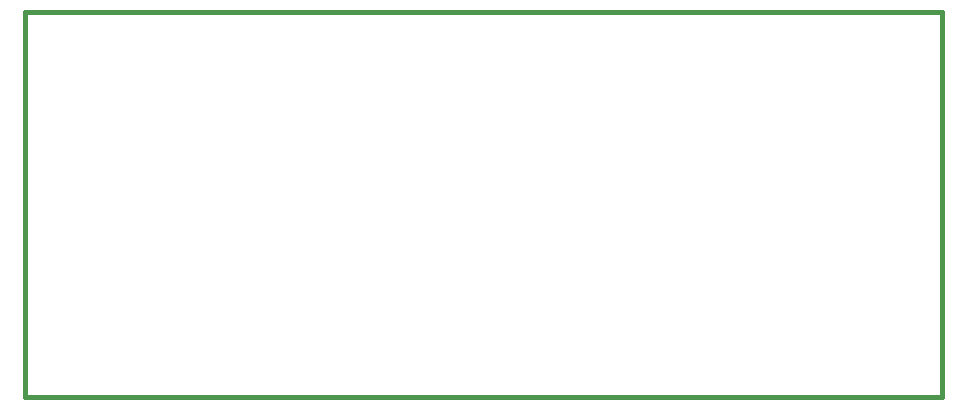
<source format=gko>
G04*
G04 #@! TF.GenerationSoftware,Altium Limited,Altium Designer,24.1.2 (44)*
G04*
G04 Layer_Color=16711935*
%FSLAX44Y44*%
%MOMM*%
G71*
G04*
G04 #@! TF.SameCoordinates,46E7BA1B-DEE9-4666-83E5-56E7B7A1CBDE*
G04*
G04*
G04 #@! TF.FilePolarity,Positive*
G04*
G01*
G75*
%ADD14C,0.4000*%
D14*
X520000Y774000D02*
Y1100000D01*
X1296000D01*
Y774000D02*
Y1100000D01*
X520000Y774000D02*
X1296000D01*
M02*

</source>
